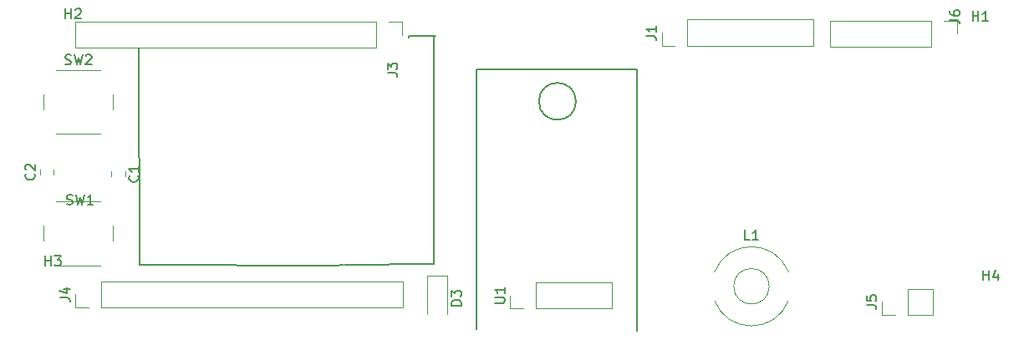
<source format=gbr>
G04 #@! TF.GenerationSoftware,KiCad,Pcbnew,5.0.2+dfsg1-1*
G04 #@! TF.CreationDate,2021-01-08T16:21:55+01:00*
G04 #@! TF.ProjectId,TTGO_weatherboard,5454474f-5f77-4656-9174-686572626f61,rev?*
G04 #@! TF.SameCoordinates,Original*
G04 #@! TF.FileFunction,Legend,Top*
G04 #@! TF.FilePolarity,Positive*
%FSLAX46Y46*%
G04 Gerber Fmt 4.6, Leading zero omitted, Abs format (unit mm)*
G04 Created by KiCad (PCBNEW 5.0.2+dfsg1-1) date Fr 08 Jan 2021 16:21:55 CET*
%MOMM*%
%LPD*%
G01*
G04 APERTURE LIST*
%ADD10C,0.200000*%
%ADD11C,0.120000*%
%ADD12C,0.150000*%
G04 APERTURE END LIST*
D10*
X154375011Y-66141600D02*
G75*
G03X154375011Y-66141600I-1873411J0D01*
G01*
X160578800Y-62890400D02*
X160528000Y-89408000D01*
X144272000Y-62890400D02*
X160578800Y-62890400D01*
X144322800Y-89204800D02*
X144272000Y-62890400D01*
X137414000Y-59537600D02*
X137464800Y-59690000D01*
X140157200Y-59537600D02*
X137414000Y-59537600D01*
X130911600Y-82702400D02*
X130962400Y-82702400D01*
X140004800Y-82651600D02*
X130911600Y-82702400D01*
X140004800Y-59537600D02*
X140004800Y-82651600D01*
X129997200Y-82753200D02*
X130860800Y-82702400D01*
X110185200Y-82702400D02*
X129997200Y-82753200D01*
X110134400Y-60807600D02*
X110185200Y-82702400D01*
D11*
G04 #@! TO.C,C1*
X108710800Y-73246348D02*
X108710800Y-73768852D01*
X107290800Y-73246348D02*
X107290800Y-73768852D01*
G04 #@! TO.C,C2*
X101497200Y-73565652D02*
X101497200Y-73043148D01*
X100077200Y-73565652D02*
X100077200Y-73043148D01*
G04 #@! TO.C,D3*
X141309600Y-83829600D02*
X139309600Y-83829600D01*
X139309600Y-83829600D02*
X139309600Y-87729600D01*
X141309600Y-83829600D02*
X141309600Y-87729600D01*
G04 #@! TO.C,J1*
X178418800Y-60512000D02*
X178418800Y-57852000D01*
X165658800Y-60512000D02*
X178418800Y-60512000D01*
X165658800Y-57852000D02*
X178418800Y-57852000D01*
X165658800Y-60512000D02*
X165658800Y-57852000D01*
X164388800Y-60512000D02*
X163058800Y-60512000D01*
X163058800Y-60512000D02*
X163058800Y-59182000D01*
G04 #@! TO.C,J3*
X103622800Y-58055200D02*
X103622800Y-60715200D01*
X134162800Y-58055200D02*
X103622800Y-58055200D01*
X134162800Y-60715200D02*
X103622800Y-60715200D01*
X134162800Y-58055200D02*
X134162800Y-60715200D01*
X135432800Y-58055200D02*
X136762800Y-58055200D01*
X136762800Y-58055200D02*
X136762800Y-59385200D01*
G04 #@! TO.C,J4*
X103673600Y-87030000D02*
X103673600Y-85700000D01*
X105003600Y-87030000D02*
X103673600Y-87030000D01*
X106273600Y-87030000D02*
X106273600Y-84370000D01*
X106273600Y-84370000D02*
X136813600Y-84370000D01*
X106273600Y-87030000D02*
X136813600Y-87030000D01*
X136813600Y-87030000D02*
X136813600Y-84370000D01*
G04 #@! TO.C,J5*
X190560000Y-87791600D02*
X190560000Y-85131600D01*
X187960000Y-87791600D02*
X190560000Y-87791600D01*
X187960000Y-85131600D02*
X190560000Y-85131600D01*
X187960000Y-87791600D02*
X187960000Y-85131600D01*
X186690000Y-87791600D02*
X185360000Y-87791600D01*
X185360000Y-87791600D02*
X185360000Y-86461600D01*
G04 #@! TO.C,J6*
X192947600Y-57953600D02*
X192947600Y-59283600D01*
X191617600Y-57953600D02*
X192947600Y-57953600D01*
X190347600Y-57953600D02*
X190347600Y-60613600D01*
X190347600Y-60613600D02*
X180127600Y-60613600D01*
X190347600Y-57953600D02*
X180127600Y-57953600D01*
X180127600Y-57953600D02*
X180127600Y-60613600D01*
G04 #@! TO.C,L1*
X175903123Y-83426800D02*
G75*
G03X168414477Y-83426800I-3744323J-1460000D01*
G01*
X175903123Y-86346800D02*
G75*
G02X168414477Y-86346800I-3744323J1460000D01*
G01*
X173956500Y-84886800D02*
G75*
G03X173956500Y-84886800I-1797700J0D01*
G01*
G04 #@! TO.C,SW1*
X101736400Y-82766800D02*
X106236400Y-82766800D01*
X100486400Y-78766800D02*
X100486400Y-80266800D01*
X106236400Y-76266800D02*
X101736400Y-76266800D01*
X107486400Y-80266800D02*
X107486400Y-78766800D01*
G04 #@! TO.C,SW2*
X107486400Y-66957200D02*
X107486400Y-65457200D01*
X106236400Y-62957200D02*
X101736400Y-62957200D01*
X100486400Y-65457200D02*
X100486400Y-66957200D01*
X101736400Y-69457200D02*
X106236400Y-69457200D01*
G04 #@! TO.C,U1*
X157997200Y-87131200D02*
X157997200Y-84471200D01*
X150317200Y-87131200D02*
X157997200Y-87131200D01*
X150317200Y-84471200D02*
X157997200Y-84471200D01*
X150317200Y-87131200D02*
X150317200Y-84471200D01*
X149047200Y-87131200D02*
X147717200Y-87131200D01*
X147717200Y-87131200D02*
X147717200Y-85801200D01*
G04 #@! TO.C,C1*
D12*
X110007942Y-73674266D02*
X110055561Y-73721885D01*
X110103180Y-73864742D01*
X110103180Y-73959980D01*
X110055561Y-74102838D01*
X109960323Y-74198076D01*
X109865085Y-74245695D01*
X109674609Y-74293314D01*
X109531752Y-74293314D01*
X109341276Y-74245695D01*
X109246038Y-74198076D01*
X109150800Y-74102838D01*
X109103180Y-73959980D01*
X109103180Y-73864742D01*
X109150800Y-73721885D01*
X109198419Y-73674266D01*
X110103180Y-72721885D02*
X110103180Y-73293314D01*
X110103180Y-73007600D02*
X109103180Y-73007600D01*
X109246038Y-73102838D01*
X109341276Y-73198076D01*
X109388895Y-73293314D01*
G04 #@! TO.C,C2*
X99494342Y-73471066D02*
X99541961Y-73518685D01*
X99589580Y-73661542D01*
X99589580Y-73756780D01*
X99541961Y-73899638D01*
X99446723Y-73994876D01*
X99351485Y-74042495D01*
X99161009Y-74090114D01*
X99018152Y-74090114D01*
X98827676Y-74042495D01*
X98732438Y-73994876D01*
X98637200Y-73899638D01*
X98589580Y-73756780D01*
X98589580Y-73661542D01*
X98637200Y-73518685D01*
X98684819Y-73471066D01*
X98684819Y-73090114D02*
X98637200Y-73042495D01*
X98589580Y-72947257D01*
X98589580Y-72709161D01*
X98637200Y-72613923D01*
X98684819Y-72566304D01*
X98780057Y-72518685D01*
X98875295Y-72518685D01*
X99018152Y-72566304D01*
X99589580Y-73137733D01*
X99589580Y-72518685D01*
G04 #@! TO.C,D3*
X142761980Y-86817695D02*
X141761980Y-86817695D01*
X141761980Y-86579600D01*
X141809600Y-86436742D01*
X141904838Y-86341504D01*
X142000076Y-86293885D01*
X142190552Y-86246266D01*
X142333409Y-86246266D01*
X142523885Y-86293885D01*
X142619123Y-86341504D01*
X142714361Y-86436742D01*
X142761980Y-86579600D01*
X142761980Y-86817695D01*
X141761980Y-85912933D02*
X141761980Y-85293885D01*
X142142933Y-85627219D01*
X142142933Y-85484361D01*
X142190552Y-85389123D01*
X142238171Y-85341504D01*
X142333409Y-85293885D01*
X142571504Y-85293885D01*
X142666742Y-85341504D01*
X142714361Y-85389123D01*
X142761980Y-85484361D01*
X142761980Y-85770076D01*
X142714361Y-85865314D01*
X142666742Y-85912933D01*
G04 #@! TO.C,H1*
X194564095Y-58008780D02*
X194564095Y-57008780D01*
X194564095Y-57484971D02*
X195135523Y-57484971D01*
X195135523Y-58008780D02*
X195135523Y-57008780D01*
X196135523Y-58008780D02*
X195564095Y-58008780D01*
X195849809Y-58008780D02*
X195849809Y-57008780D01*
X195754571Y-57151638D01*
X195659333Y-57246876D01*
X195564095Y-57294495D01*
G04 #@! TO.C,H2*
X102666895Y-57754780D02*
X102666895Y-56754780D01*
X102666895Y-57230971D02*
X103238323Y-57230971D01*
X103238323Y-57754780D02*
X103238323Y-56754780D01*
X103666895Y-56850019D02*
X103714514Y-56802400D01*
X103809752Y-56754780D01*
X104047847Y-56754780D01*
X104143085Y-56802400D01*
X104190704Y-56850019D01*
X104238323Y-56945257D01*
X104238323Y-57040495D01*
X104190704Y-57183352D01*
X103619276Y-57754780D01*
X104238323Y-57754780D01*
G04 #@! TO.C,H3*
X100634895Y-82815580D02*
X100634895Y-81815580D01*
X100634895Y-82291771D02*
X101206323Y-82291771D01*
X101206323Y-82815580D02*
X101206323Y-81815580D01*
X101587276Y-81815580D02*
X102206323Y-81815580D01*
X101872990Y-82196533D01*
X102015847Y-82196533D01*
X102111085Y-82244152D01*
X102158704Y-82291771D01*
X102206323Y-82387009D01*
X102206323Y-82625104D01*
X102158704Y-82720342D01*
X102111085Y-82767961D01*
X102015847Y-82815580D01*
X101730133Y-82815580D01*
X101634895Y-82767961D01*
X101587276Y-82720342D01*
G04 #@! TO.C,H4*
X195630895Y-84272380D02*
X195630895Y-83272380D01*
X195630895Y-83748571D02*
X196202323Y-83748571D01*
X196202323Y-84272380D02*
X196202323Y-83272380D01*
X197107085Y-83605714D02*
X197107085Y-84272380D01*
X196868990Y-83224761D02*
X196630895Y-83939047D01*
X197249942Y-83939047D01*
G04 #@! TO.C,J1*
X161511180Y-59515333D02*
X162225466Y-59515333D01*
X162368323Y-59562952D01*
X162463561Y-59658190D01*
X162511180Y-59801047D01*
X162511180Y-59896285D01*
X162511180Y-58515333D02*
X162511180Y-59086761D01*
X162511180Y-58801047D02*
X161511180Y-58801047D01*
X161654038Y-58896285D01*
X161749276Y-58991523D01*
X161796895Y-59086761D01*
G04 #@! TO.C,J3*
X135291580Y-63274533D02*
X136005866Y-63274533D01*
X136148723Y-63322152D01*
X136243961Y-63417390D01*
X136291580Y-63560247D01*
X136291580Y-63655485D01*
X135291580Y-62893580D02*
X135291580Y-62274533D01*
X135672533Y-62607866D01*
X135672533Y-62465009D01*
X135720152Y-62369771D01*
X135767771Y-62322152D01*
X135863009Y-62274533D01*
X136101104Y-62274533D01*
X136196342Y-62322152D01*
X136243961Y-62369771D01*
X136291580Y-62465009D01*
X136291580Y-62750723D01*
X136243961Y-62845961D01*
X136196342Y-62893580D01*
G04 #@! TO.C,J4*
X102125980Y-86033333D02*
X102840266Y-86033333D01*
X102983123Y-86080952D01*
X103078361Y-86176190D01*
X103125980Y-86319047D01*
X103125980Y-86414285D01*
X102459314Y-85128571D02*
X103125980Y-85128571D01*
X102078361Y-85366666D02*
X102792647Y-85604761D01*
X102792647Y-84985714D01*
G04 #@! TO.C,J5*
X183812380Y-86794933D02*
X184526666Y-86794933D01*
X184669523Y-86842552D01*
X184764761Y-86937790D01*
X184812380Y-87080647D01*
X184812380Y-87175885D01*
X183812380Y-85842552D02*
X183812380Y-86318742D01*
X184288571Y-86366361D01*
X184240952Y-86318742D01*
X184193333Y-86223504D01*
X184193333Y-85985409D01*
X184240952Y-85890171D01*
X184288571Y-85842552D01*
X184383809Y-85794933D01*
X184621904Y-85794933D01*
X184717142Y-85842552D01*
X184764761Y-85890171D01*
X184812380Y-85985409D01*
X184812380Y-86223504D01*
X184764761Y-86318742D01*
X184717142Y-86366361D01*
G04 #@! TO.C,J6*
X192238380Y-57889733D02*
X192952666Y-57889733D01*
X193095523Y-57937352D01*
X193190761Y-58032590D01*
X193238380Y-58175447D01*
X193238380Y-58270685D01*
X192238380Y-56984971D02*
X192238380Y-57175447D01*
X192286000Y-57270685D01*
X192333619Y-57318304D01*
X192476476Y-57413542D01*
X192666952Y-57461161D01*
X193047904Y-57461161D01*
X193143142Y-57413542D01*
X193190761Y-57365923D01*
X193238380Y-57270685D01*
X193238380Y-57080209D01*
X193190761Y-56984971D01*
X193143142Y-56937352D01*
X193047904Y-56889733D01*
X192809809Y-56889733D01*
X192714571Y-56937352D01*
X192666952Y-56984971D01*
X192619333Y-57080209D01*
X192619333Y-57270685D01*
X192666952Y-57365923D01*
X192714571Y-57413542D01*
X192809809Y-57461161D01*
G04 #@! TO.C,L1*
X171992133Y-80190280D02*
X171515942Y-80190280D01*
X171515942Y-79190280D01*
X172849276Y-80190280D02*
X172277847Y-80190280D01*
X172563561Y-80190280D02*
X172563561Y-79190280D01*
X172468323Y-79333138D01*
X172373085Y-79428376D01*
X172277847Y-79475995D01*
G04 #@! TO.C,SW1*
X102806666Y-76553961D02*
X102949523Y-76601580D01*
X103187619Y-76601580D01*
X103282857Y-76553961D01*
X103330476Y-76506342D01*
X103378095Y-76411104D01*
X103378095Y-76315866D01*
X103330476Y-76220628D01*
X103282857Y-76173009D01*
X103187619Y-76125390D01*
X102997142Y-76077771D01*
X102901904Y-76030152D01*
X102854285Y-75982533D01*
X102806666Y-75887295D01*
X102806666Y-75792057D01*
X102854285Y-75696819D01*
X102901904Y-75649200D01*
X102997142Y-75601580D01*
X103235238Y-75601580D01*
X103378095Y-75649200D01*
X103711428Y-75601580D02*
X103949523Y-76601580D01*
X104140000Y-75887295D01*
X104330476Y-76601580D01*
X104568571Y-75601580D01*
X105473333Y-76601580D02*
X104901904Y-76601580D01*
X105187619Y-76601580D02*
X105187619Y-75601580D01*
X105092380Y-75744438D01*
X104997142Y-75839676D01*
X104901904Y-75887295D01*
G04 #@! TO.C,SW2*
X102653066Y-62361961D02*
X102795923Y-62409580D01*
X103034019Y-62409580D01*
X103129257Y-62361961D01*
X103176876Y-62314342D01*
X103224495Y-62219104D01*
X103224495Y-62123866D01*
X103176876Y-62028628D01*
X103129257Y-61981009D01*
X103034019Y-61933390D01*
X102843542Y-61885771D01*
X102748304Y-61838152D01*
X102700685Y-61790533D01*
X102653066Y-61695295D01*
X102653066Y-61600057D01*
X102700685Y-61504819D01*
X102748304Y-61457200D01*
X102843542Y-61409580D01*
X103081638Y-61409580D01*
X103224495Y-61457200D01*
X103557828Y-61409580D02*
X103795923Y-62409580D01*
X103986400Y-61695295D01*
X104176876Y-62409580D01*
X104414971Y-61409580D01*
X104748304Y-61504819D02*
X104795923Y-61457200D01*
X104891161Y-61409580D01*
X105129257Y-61409580D01*
X105224495Y-61457200D01*
X105272114Y-61504819D01*
X105319733Y-61600057D01*
X105319733Y-61695295D01*
X105272114Y-61838152D01*
X104700685Y-62409580D01*
X105319733Y-62409580D01*
G04 #@! TO.C,U1*
X146169580Y-86563104D02*
X146979104Y-86563104D01*
X147074342Y-86515485D01*
X147121961Y-86467866D01*
X147169580Y-86372628D01*
X147169580Y-86182152D01*
X147121961Y-86086914D01*
X147074342Y-86039295D01*
X146979104Y-85991676D01*
X146169580Y-85991676D01*
X147169580Y-84991676D02*
X147169580Y-85563104D01*
X147169580Y-85277390D02*
X146169580Y-85277390D01*
X146312438Y-85372628D01*
X146407676Y-85467866D01*
X146455295Y-85563104D01*
G04 #@! TD*
M02*

</source>
